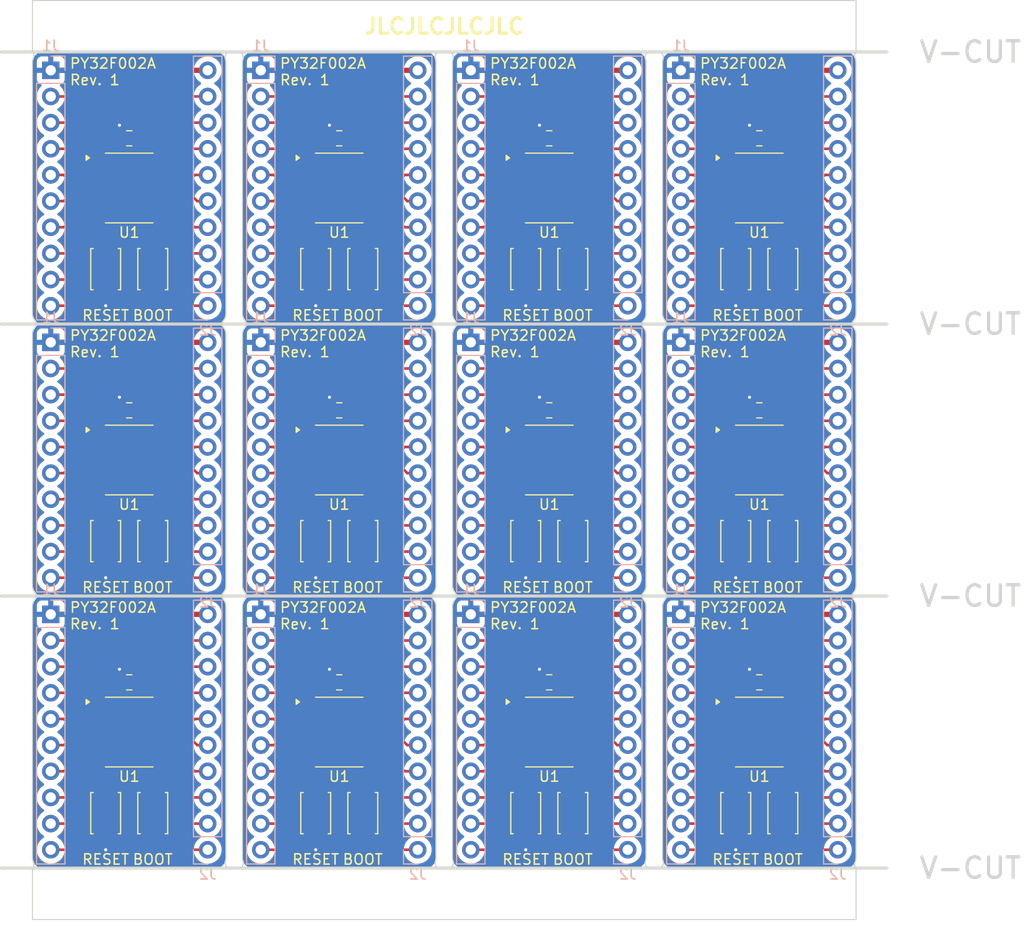
<source format=kicad_pcb>
(kicad_pcb
	(version 20241229)
	(generator "pcbnew")
	(generator_version "9.0")
	(general
		(thickness 1.69)
		(legacy_teardrops no)
	)
	(paper "A4")
	(layers
		(0 "F.Cu" signal)
		(2 "B.Cu" signal)
		(9 "F.Adhes" user "F.Adhesive")
		(11 "B.Adhes" user "B.Adhesive")
		(13 "F.Paste" user)
		(15 "B.Paste" user)
		(5 "F.SilkS" user "F.Silkscreen")
		(1 "F.Mask" user)
		(3 "B.Mask" user)
		(17 "Dwgs.User" user "User.Drawings")
		(19 "Cmts.User" user "User.Comments")
		(21 "Eco1.User" user "User.Eco1")
		(23 "Eco2.User" user "User.Eco2")
		(25 "Edge.Cuts" user)
		(27 "Margin" user)
		(31 "F.CrtYd" user "F.Courtyard")
		(29 "B.CrtYd" user "B.Courtyard")
		(35 "F.Fab" user)
		(33 "B.Fab" user)
		(39 "User.1" user)
		(41 "User.2" user)
		(43 "User.3" user)
		(45 "User.4" user)
	)
	(setup
		(stackup
			(layer "F.SilkS"
				(type "Top Silk Screen")
			)
			(layer "F.Paste"
				(type "Top Solder Paste")
			)
			(layer "F.Mask"
				(type "Top Solder Mask")
				(thickness 0.01)
			)
			(layer "F.Cu"
				(type "copper")
				(thickness 0.035)
			)
			(layer "dielectric 1"
				(type "core")
				(thickness 1.6)
				(material "FR4")
				(epsilon_r 4.5)
				(loss_tangent 0.02)
			)
			(layer "B.Cu"
				(type "copper")
				(thickness 0.035)
			)
			(layer "B.Mask"
				(type "Bottom Solder Mask")
				(thickness 0.01)
			)
			(layer "B.Paste"
				(type "Bottom Solder Paste")
			)
			(copper_finish "HAL SnPb")
			(dielectric_constraints no)
		)
		(pad_to_mask_clearance 0)
		(allow_soldermask_bridges_in_footprints no)
		(tenting front back)
		(aux_axis_origin 108.508 20)
		(grid_origin 108.508 20)
		(pcbplotparams
			(layerselection 0x00000000_00000000_55555555_5755f5ff)
			(plot_on_all_layers_selection 0x00000000_00000000_00000000_00000000)
			(disableapertmacros no)
			(usegerberextensions no)
			(usegerberattributes yes)
			(usegerberadvancedattributes yes)
			(creategerberjobfile yes)
			(dashed_line_dash_ratio 12.000000)
			(dashed_line_gap_ratio 3.000000)
			(svgprecision 4)
			(plotframeref no)
			(mode 1)
			(useauxorigin no)
			(hpglpennumber 1)
			(hpglpenspeed 20)
			(hpglpendiameter 15.000000)
			(pdf_front_fp_property_popups yes)
			(pdf_back_fp_property_popups yes)
			(pdf_metadata yes)
			(pdf_single_document no)
			(dxfpolygonmode yes)
			(dxfimperialunits yes)
			(dxfusepcbnewfont yes)
			(psnegative no)
			(psa4output no)
			(plot_black_and_white yes)
			(sketchpadsonfab no)
			(plotpadnumbers no)
			(hidednponfab no)
			(sketchdnponfab yes)
			(crossoutdnponfab yes)
			(subtractmaskfromsilk no)
			(outputformat 1)
			(mirror no)
			(drillshape 1)
			(scaleselection 1)
			(outputdirectory "")
		)
	)
	(net 0 "")
	(net 1 "Board_0-GND")
	(net 2 "Board_0-PA0")
	(net 3 "Board_0-PA1")
	(net 4 "Board_0-PA13{slash}SWD")
	(net 5 "Board_0-PA14{slash}SWC")
	(net 6 "Board_0-PA2")
	(net 7 "Board_0-PA3")
	(net 8 "Board_0-PA4")
	(net 9 "Board_0-PA5")
	(net 10 "Board_0-PA6")
	(net 11 "Board_0-PA7")
	(net 12 "Board_0-PB0")
	(net 13 "Board_0-PB1")
	(net 14 "Board_0-PB2")
	(net 15 "Board_0-PB3")
	(net 16 "Board_0-PB6{slash}PF4{slash}BOOT0")
	(net 17 "Board_0-PF0{slash}OSCIN")
	(net 18 "Board_0-PF1{slash}OSCOUT")
	(net 19 "Board_0-PF2{slash}~{RST}")
	(net 20 "Board_0-VCC")
	(net 21 "Board_1-GND")
	(net 22 "Board_1-PA0")
	(net 23 "Board_1-PA1")
	(net 24 "Board_1-PA13{slash}SWD")
	(net 25 "Board_1-PA14{slash}SWC")
	(net 26 "Board_1-PA2")
	(net 27 "Board_1-PA3")
	(net 28 "Board_1-PA4")
	(net 29 "Board_1-PA5")
	(net 30 "Board_1-PA6")
	(net 31 "Board_1-PA7")
	(net 32 "Board_1-PB0")
	(net 33 "Board_1-PB1")
	(net 34 "Board_1-PB2")
	(net 35 "Board_1-PB3")
	(net 36 "Board_1-PB6{slash}PF4{slash}BOOT0")
	(net 37 "Board_1-PF0{slash}OSCIN")
	(net 38 "Board_1-PF1{slash}OSCOUT")
	(net 39 "Board_1-PF2{slash}~{RST}")
	(net 40 "Board_1-VCC")
	(net 41 "Board_2-GND")
	(net 42 "Board_2-PA0")
	(net 43 "Board_2-PA1")
	(net 44 "Board_2-PA13{slash}SWD")
	(net 45 "Board_2-PA14{slash}SWC")
	(net 46 "Board_2-PA2")
	(net 47 "Board_2-PA3")
	(net 48 "Board_2-PA4")
	(net 49 "Board_2-PA5")
	(net 50 "Board_2-PA6")
	(net 51 "Board_2-PA7")
	(net 52 "Board_2-PB0")
	(net 53 "Board_2-PB1")
	(net 54 "Board_2-PB2")
	(net 55 "Board_2-PB3")
	(net 56 "Board_2-PB6{slash}PF4{slash}BOOT0")
	(net 57 "Board_2-PF0{slash}OSCIN")
	(net 58 "Board_2-PF1{slash}OSCOUT")
	(net 59 "Board_2-PF2{slash}~{RST}")
	(net 60 "Board_2-VCC")
	(net 61 "Board_3-GND")
	(net 62 "Board_3-PA0")
	(net 63 "Board_3-PA1")
	(net 64 "Board_3-PA13{slash}SWD")
	(net 65 "Board_3-PA14{slash}SWC")
	(net 66 "Board_3-PA2")
	(net 67 "Board_3-PA3")
	(net 68 "Board_3-PA4")
	(net 69 "Board_3-PA5")
	(net 70 "Board_3-PA6")
	(net 71 "Board_3-PA7")
	(net 72 "Board_3-PB0")
	(net 73 "Board_3-PB1")
	(net 74 "Board_3-PB2")
	(net 75 "Board_3-PB3")
	(net 76 "Board_3-PB6{slash}PF4{slash}BOOT0")
	(net 77 "Board_3-PF0{slash}OSCIN")
	(net 78 "Board_3-PF1{slash}OSCOUT")
	(net 79 "Board_3-PF2{slash}~{RST}")
	(net 80 "Board_3-VCC")
	(net 81 "Board_4-GND")
	(net 82 "Board_4-PA0")
	(net 83 "Board_4-PA1")
	(net 84 "Board_4-PA13{slash}SWD")
	(net 85 "Board_4-PA14{slash}SWC")
	(net 86 "Board_4-PA2")
	(net 87 "Board_4-PA3")
	(net 88 "Board_4-PA4")
	(net 89 "Board_4-PA5")
	(net 90 "Board_4-PA6")
	(net 91 "Board_4-PA7")
	(net 92 "Board_4-PB0")
	(net 93 "Board_4-PB1")
	(net 94 "Board_4-PB2")
	(net 95 "Board_4-PB3")
	(net 96 "Board_4-PB6{slash}PF4{slash}BOOT0")
	(net 97 "Board_4-PF0{slash}OSCIN")
	(net 98 "Board_4-PF1{slash}OSCOUT")
	(net 99 "Board_4-PF2{slash}~{RST}")
	(net 100 "Board_4-VCC")
	(net 101 "Board_5-GND")
	(net 102 "Board_5-PA0")
	(net 103 "Board_5-PA1")
	(net 104 "Board_5-PA13{slash}SWD")
	(net 105 "Board_5-PA14{slash}SWC")
	(net 106 "Board_5-PA2")
	(net 107 "Board_5-PA3")
	(net 108 "Board_5-PA4")
	(net 109 "Board_5-PA5")
	(net 110 "Board_5-PA6")
	(net 111 "Board_5-PA7")
	(net 112 "Board_5-PB0")
	(net 113 "Board_5-PB1")
	(net 114 "Board_5-PB2")
	(net 115 "Board_5-PB3")
	(net 116 "Board_5-PB6{slash}PF4{slash}BOOT0")
	(net 117 "Board_5-PF0{slash}OSCIN")
	(net 118 "Board_5-PF1{slash}OSCOUT")
	(net 119 "Board_5-PF2{slash}~{RST}")
	(net 120 "Board_5-VCC")
	(net 121 "Board_6-GND")
	(net 122 "Board_6-PA0")
	(net 123 "Board_6-PA1")
	(net 124 "Board_6-PA13{slash}SWD")
	(net 125 "Board_6-PA14{slash}SWC")
	(net 126 "Board_6-PA2")
	(net 127 "Board_6-PA3")
	(net 128 "Board_6-PA4")
	(net 129 "Board_6-PA5")
	(net 130 "Board_6-PA6")
	(net 131 "Board_6-PA7")
	(net 132 "Board_6-PB0")
	(net 133 "Board_6-PB1")
	(net 134 "Board_6-PB2")
	(net 135 "Board_6-PB3")
	(net 136 "Board_6-PB6{slash}PF4{slash}BOOT0")
	(net 137 "Board_6-PF0{slash}OSCIN")
	(net 138 "Board_6-PF1{slash}OSCOUT")
	(net 139 "Board_6-PF2{slash}~{RST}")
	(net 140 "Board_6-VCC")
	(net 141 "Board_7-GND")
	(net 142 "Board_7-PA0")
	(net 143 "Board_7-PA1")
	(net 144 "Board_7-PA13{slash}SWD")
	(net 145 "Board_7-PA14{slash}SWC")
	(net 146 "Board_7-PA2")
	(net 147 "Board_7-PA3")
	(net 148 "Board_7-PA4")
	(net 149 "Board_7-PA5")
	(net 150 "Board_7-PA6")
	(net 151 "Board_7-PA7")
	(net 152 "Board_7-PB0")
	(net 153 "Board_7-PB1")
	(net 154 "Board_7-PB2")
	(net 155 "Board_7-PB3")
	(net 156 "Board_7-PB6{slash}PF4{slash}BOOT0")
	(net 157 "Board_7-PF0{slash}OSCIN")
	(net 158 "Board_7-PF1{slash}OSCOUT")
	(net 159 "Board_7-PF2{slash}~{RST}")
	(net 160 "Board_7-VCC")
	(net 161 "Board_8-GND")
	(net 162 "Board_8-PA0")
	(net 163 "Board_8-PA1")
	(net 164 "Board_8-PA13{slash}SWD")
	(net 165 "Board_8-PA14{slash}SWC")
	(net 166 "Board_8-PA2")
	(net 167 "Board_8-PA3")
	(net 168 "Board_8-PA4")
	(net 169 "Board_8-PA5")
	(net 170 "Board_8-PA6")
	(net 171 "Board_8-PA7")
	(net 172 "Board_8-PB0")
	(net 173 "Board_8-PB1")
	(net 174 "Board_8-PB2")
	(net 175 "Board_8-PB3")
	(net 176 "Board_8-PB6{slash}PF4{slash}BOOT0")
	(net 177 "Board_8-PF0{slash}OSCIN")
	(net 178 "Board_8-PF1{slash}OSCOUT")
	(net 179 "Board_8-PF2{slash}~{RST}")
	(net 180 "Board_8-VCC")
	(net 181 "Board_9-GND")
	(net 182 "Board_9-PA0")
	(net 183 "Board_9-PA1")
	(net 184 "Board_9-PA13{slash}SWD")
	(net 185 "Board_9-PA14{slash}SWC")
	(net 186 "Board_9-PA2")
	(net 187 "Board_9-PA3")
	(net 188 "Board_9-PA4")
	(net 189 "Board_9-PA5")
	(net 190 "Board_9-PA6")
	(net 191 "Board_9-PA7")
	(net 192 "Board_9-PB0")
	(net 193 "Board_9-PB1")
	(net 194 "Board_9-PB2")
	(net 195 "Board_9-PB3")
	(net 196 "Board_9-PB6{slash}PF4{slash}BOOT0")
	(net 197 "Board_9-PF0{slash}OSCIN")
	(net 198 "Board_9-PF1{slash}OSCOUT")
	(net 199 "Board_9-PF2{slash}~{RST}")
	(net 200 "Board_9-VCC")
	(net 201 "Board_10-GND")
	(net 202 "Board_10-PA0")
	(net 203 "Board_10-PA1")
	(net 204 "Board_10-PA13{slash}SWD")
	(net 205 "Board_10-PA14{slash}SWC")
	(net 206 "Board_10-PA2")
	(net 207 "Board_10-PA3")
	(net 208 "Board_10-PA4")
	(net 209 "Board_10-PA5")
	(net 210 "Board_10-PA6")
	(net 211 "Board_10-PA7")
	(net 212 "Board_10-PB0")
	(net 213 "Board_10-PB1")
	(net 214 "Board_10-PB2")
	(net 215 "Board_10-PB3")
	(net 216 "Board_10-PB6{slash}PF4{slash}BOOT0")
	(net 217 "Board_10-PF0{slash}OSCIN")
	(net 218 "Board_10-PF1{slash}OSCOUT")
	(net 219 "Board_10-PF2{slash}~{RST}")
	(net 220 "Board_10-VCC")
	(net 221 "Board_11-GND")
	(net 222 "Board_11-PA0")
	(net 223 "Board_11-PA1")
	(net 224 "Board_11-PA13{slash}SWD")
	(net 225 "Board_11-PA14{slash}SWC")
	(net 226 "Board_11-PA2")
	(net 227 "Board_11-PA3")
	(net 228 "Board_11-PA4")
	(net 229 "Board_11-PA5")
	(net 230 "Board_11-PA6")
	(net 231 "Board_11-PA7")
	(net 232 "Board_11-PB0")
	(net 233 "Board_11-PB1")
	(net 234 "Board_11-PB2")
	(net 235 "Board_11-PB3")
	(net 236 "Board_11-PB6{slash}PF4{slash}BOOT0")
	(net 237 "Board_11-PF0{slash}OSCIN")
	(net 238 "Board_11-PF1{slash}OSCOUT")
	(net 239 "Board_11-PF2{slash}~{RST}")
	(net 240 "Board_11-VCC")
	(footprint "PCM_JLCPCB:SW_TS-1088-AR02016" (layer "F.Cu") (at 115.62 72.4985 90))
	(footprint "Capacitor_SMD:C_0805_2012Metric_Pad1.18x1.45mm_HandSolder" (layer "F.Cu") (at 138.302 59.7985 180))
	(footprint "Package_SO:TSSOP-20_4.4x6.5mm_P0.65mm" (layer "F.Cu") (at 158.698 38.2085))
	(footprint "PCM_JLCPCB:SW_TS-1088-AR02016" (layer "F.Cu") (at 160.984 72.4985 -90))
	(footprint "PCM_JLCPCB:SW_TS-1088-AR02016" (layer "F.Cu") (at 136.016 72.4985 90))
	(footprint "Capacitor_SMD:C_0805_2012Metric_Pad1.18x1.45mm_HandSolder" (layer "F.Cu") (at 117.906 33.3825 180))
	(footprint "Capacitor_SMD:C_0805_2012Metric_Pad1.18x1.45mm_HandSolder" (layer "F.Cu") (at 138.302 33.3825 180))
	(footprint "PCM_JLCPCB:SW_TS-1088-AR02016" (layer "F.Cu") (at 120.192 98.9145 -90))
	(footprint "PCM_JLCPCB:SW_TS-1088-AR02016" (layer "F.Cu") (at 140.588 72.4985 -90))
	(footprint "PCM_JLCPCB:SW_TS-1088-AR02016" (layer "F.Cu") (at 176.808 98.9145 90))
	(footprint "Package_SO:TSSOP-20_4.4x6.5mm_P0.65mm" (layer "F.Cu") (at 117.906 64.6245))
	(footprint "NPTH" (layer "F.Cu") (at 111.008 22.5))
	(footprint "Capacitor_SMD:C_0805_2012Metric_Pad1.18x1.45mm_HandSolder" (layer "F.Cu") (at 179.094 59.7985 180))
	(footprint "NPTH" (layer "F.Cu") (at 185.992 22.5))
	(footprint "PCM_JLCPCB:SW_TS-1088-AR02016" (layer "F.Cu") (at 120.192 46.0825 -90))
	(footprint "PCM_JLCPCB:SW_TS-1088-AR02016" (layer "F.Cu") (at 160.984 46.0825 -90))
	(footprint "PCM_JLCPCB:SW_TS-1088-AR02016" (layer "F.Cu") (at 136.016 98.9145 90))
	(footprint "Package_SO:TSSOP-20_4.4x6.5mm_P0.65mm" (layer "F.Cu") (at 179.094 64.6245))
	(footprint "PCM_JLCPCB:SW_TS-1088-AR02016" (layer "F.Cu") (at 140.588 98.9145 -90))
	(footprint "Package_SO:TSSOP-20_4.4x6.5mm_P0.65mm" (layer "F.Cu") (at 179.094 91.0405))
	(footprint "PCM_JLCPCB:SW_TS-1088-AR02016" (layer "F.Cu") (at 181.38 98.9145 -90))
	(footprint "PCM_JLCPCB:SW_TS-1088-AR02016" (layer "F.Cu") (at 115.62 46.0825 90))
	(footprint "Capacitor_SMD:C_0805_2012Metric_Pad1.18x1.45mm_HandSolder" (layer "F.Cu") (at 117.906 59.7985 180))
	(footprint "Package_SO:TSSOP-20_4.4x6.5mm_P0.65mm" (layer "F.Cu") (at 117.906 91.0405))
	(footprint "Package_SO:TSSOP-20_4.4x6.5mm_P0.65mm" (layer "F.Cu") (at 158.698 91.0405))
	(footprint "Package_SO:TSSOP-20_4.4x6.5mm_P0.65mm" (layer "F.Cu") (at 179.094 38.2085))
	(footprint "PCM_JLCPCB:SW_TS-1088-AR02016" (layer "F.Cu") (at 156.412 98.9145 90))
	(footprint "PCM_JLCPCB:SW_TS-1088-AR02016" (layer "F.Cu") (at 136.016 46.0825 90))
	(footprint "Package_SO:TSSOP-20_4.4x6.5mm_P0.65mm" (layer "F.Cu") (at 138.302 64.6245))
	(footprint "Package_SO:TSSOP-20_4.4x6.5mm_P0.65mm" (layer "F.Cu") (at 138.302 38.2085))
	(footprint "Capacitor_SMD:C_0805_2012Metric_Pad1.18x1.45mm_HandSolder" (layer "F.Cu") (at 158.698 33.3825 180))
	(footprint "Capacitor_SMD:C_0805_2012Metric_Pad1.18x1.45mm_HandSolder" (layer "F.Cu") (at 117.906 86.2145 180))
	(footprint "Package_SO:TSSOP-20_4.4x6.5mm_P0.65mm" (layer "F.Cu") (at 138.302 91.0405))
	(footprint "PCM_JLCPCB:SW_TS-1088-AR02016"
		(layer "F.Cu")
		(uuid "a2ac87b8-6ce2-4d12-93a8-8c72031acb32")
		(at 176.808 72.4985 90)
		(property "Reference" "SW1"
			(at 0.425 -2.635 90)
			(unlocked yes)
			(layer "F.SilkS")
			(hide yes)
			(uuid "b31b36ea-8702-4857-8ee3-44079f484543")
			(effects
				(font
					(size 1 1)
					(thickness 0.15)
				)
			)
		)
		(property "Value" "SW_Push"
			(at 8.68 2.615 90)
			(unlocked yes)
			(layer "F.Fab")
			(uuid "e60a4071-eaa6-4925-9887-40ba78a0f7ab")
			(effects
				(font
					(size 1 1)
					(thickness 0.15)
				)
			)
		)
		(property "Datasheet" "~"
			(at 0 0 90)
			(layer "F.Fab")
			(hide yes)
			(uuid "ab08f979-e27f-4f2d-bf70-3cf5f4b081aa")
			(effects
				(font
					(size 1.27 1.27)
					(thickness 0.15)
				)
			)
		)
		(property "Description" "Push button switch, generic, two pins"
			(at 0 0 90)
			(layer "F.Fab")
			(hide yes)
			(uuid "2ee29796-624c-4023-b7be-a0302cbfecc7")
			(effects
				(font
					(size 1.27 1.27)
					(thickness 0.15)
				)
			)
		)
		(path "/eae5d547-8b53-48ec-914f-c648d35d900d")
		(attr smd)
		(fp_
... [1095872 chars truncated]
</source>
